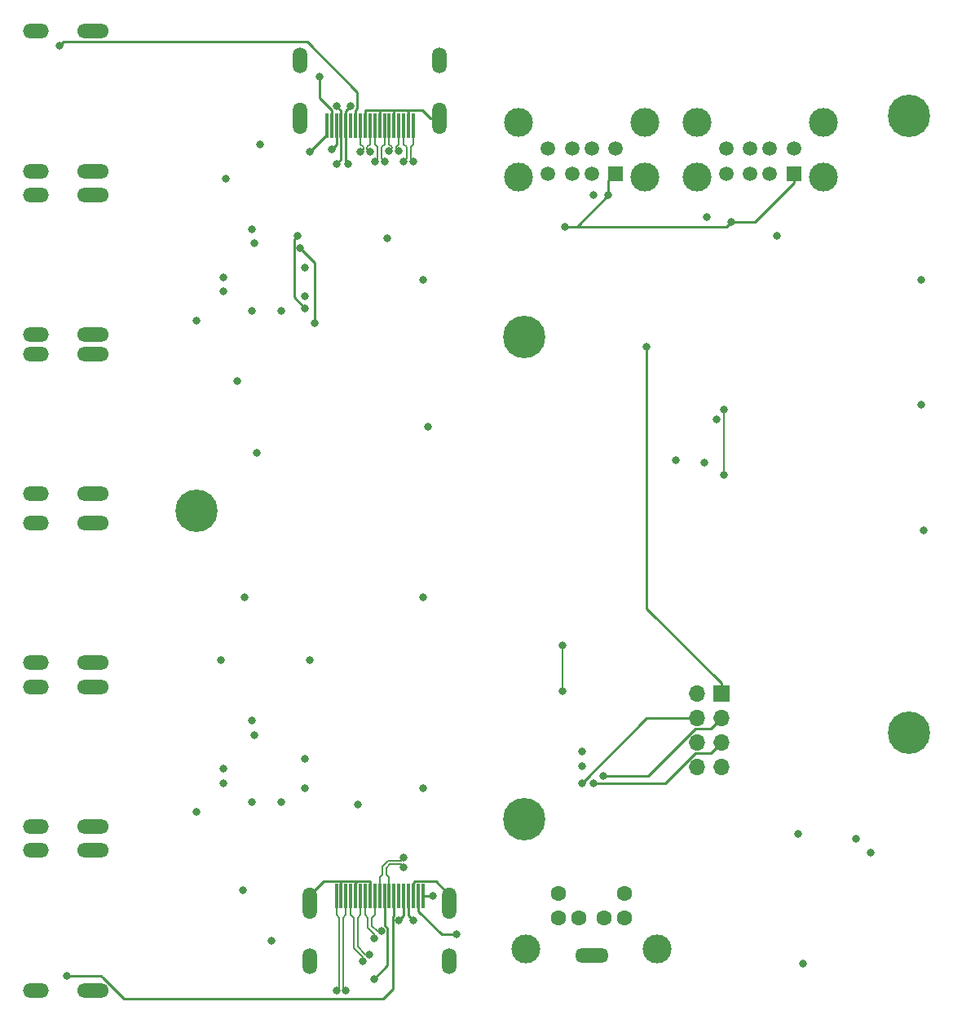
<source format=gbr>
G04 #@! TF.GenerationSoftware,KiCad,Pcbnew,5.1.2-f72e74a~84~ubuntu18.04.1*
G04 #@! TF.CreationDate,2019-07-30T17:28:06-04:00*
G04 #@! TF.ProjectId,kvm-base,6b766d2d-6261-4736-952e-6b696361645f,rev?*
G04 #@! TF.SameCoordinates,Original*
G04 #@! TF.FileFunction,Copper,L4,Bot*
G04 #@! TF.FilePolarity,Positive*
%FSLAX46Y46*%
G04 Gerber Fmt 4.6, Leading zero omitted, Abs format (unit mm)*
G04 Created by KiCad (PCBNEW 5.1.2-f72e74a~84~ubuntu18.04.1) date 2019-07-30 17:28:06*
%MOMM*%
%LPD*%
G04 APERTURE LIST*
%ADD10C,0.700000*%
%ADD11C,4.400000*%
%ADD12O,2.700000X1.500000*%
%ADD13O,3.300000X1.500000*%
%ADD14R,0.300000X2.600000*%
%ADD15O,1.500000X2.700000*%
%ADD16O,1.500000X3.300000*%
%ADD17C,1.600000*%
%ADD18C,3.000000*%
%ADD19O,3.500000X1.500000*%
%ADD20R,1.700000X1.700000*%
%ADD21O,1.700000X1.700000*%
%ADD22R,1.500000X1.500000*%
%ADD23C,1.500000*%
%ADD24C,0.800000*%
%ADD25C,0.250000*%
%ADD26C,0.127000*%
%ADD27C,0.203200*%
G04 APERTURE END LIST*
D10*
X76166726Y-101833274D03*
X75000000Y-101350000D03*
X73833274Y-101833274D03*
X73350000Y-103000000D03*
X73833274Y-104166726D03*
X75000000Y-104650000D03*
X76166726Y-104166726D03*
X76650000Y-103000000D03*
D11*
X75000000Y-103000000D03*
X75000000Y-53000000D03*
D10*
X76650000Y-53000000D03*
X76166726Y-54166726D03*
X75000000Y-54650000D03*
X73833274Y-54166726D03*
X73350000Y-53000000D03*
X73833274Y-51833274D03*
X75000000Y-51350000D03*
X76166726Y-51833274D03*
X42166726Y-69833274D03*
X41000000Y-69350000D03*
X39833274Y-69833274D03*
X39350000Y-71000000D03*
X39833274Y-72166726D03*
X41000000Y-72650000D03*
X42166726Y-72166726D03*
X42650000Y-71000000D03*
D11*
X41000000Y-71000000D03*
X115000000Y-94000000D03*
D10*
X116650000Y-94000000D03*
X116166726Y-95166726D03*
X115000000Y-95650000D03*
X113833274Y-95166726D03*
X113350000Y-94000000D03*
X113833274Y-92833274D03*
X115000000Y-92350000D03*
X116166726Y-92833274D03*
X116166726Y-28833274D03*
X115000000Y-28350000D03*
X113833274Y-28833274D03*
X113350000Y-30000000D03*
X113833274Y-31166726D03*
X115000000Y-31650000D03*
X116166726Y-31166726D03*
X116650000Y-30000000D03*
D11*
X115000000Y-30000000D03*
D12*
X24280000Y-35750000D03*
X24280000Y-21250000D03*
D13*
X30240000Y-35750000D03*
X30240000Y-21250000D03*
D12*
X24280000Y-52750000D03*
X24280000Y-38250000D03*
D13*
X30240000Y-52750000D03*
X30240000Y-38250000D03*
D12*
X24280000Y-69250000D03*
X24280000Y-54750000D03*
D13*
X30240000Y-69250000D03*
X30240000Y-54750000D03*
D14*
X54500000Y-31000000D03*
X55000000Y-31000000D03*
X55500000Y-31000000D03*
X56000000Y-31000000D03*
X56500000Y-31000000D03*
X57000000Y-31000000D03*
X57500000Y-31000000D03*
X58000000Y-31000000D03*
X58500000Y-31000000D03*
X59000000Y-31000000D03*
X59500000Y-31000000D03*
X60000000Y-31000000D03*
X60500000Y-31000000D03*
X61000000Y-31000000D03*
X61500000Y-31000000D03*
X62000000Y-31000000D03*
X62500000Y-31000000D03*
X63000000Y-31000000D03*
D15*
X66250000Y-24280000D03*
X51750000Y-24280000D03*
D16*
X66250000Y-30240000D03*
X51750000Y-30240000D03*
D14*
X63500000Y-31000000D03*
D12*
X24280000Y-86750000D03*
X24280000Y-72250000D03*
D13*
X30240000Y-86750000D03*
X30240000Y-72250000D03*
D12*
X24280000Y-103750000D03*
X24280000Y-89250000D03*
D13*
X30240000Y-103750000D03*
X30240000Y-89250000D03*
D12*
X24280000Y-120750000D03*
X24280000Y-106250000D03*
D13*
X30240000Y-120750000D03*
X30240000Y-106250000D03*
D14*
X64500000Y-111000000D03*
X64000000Y-111000000D03*
X63500000Y-111000000D03*
X63000000Y-111000000D03*
X62500000Y-111000000D03*
X62000000Y-111000000D03*
X61500000Y-111000000D03*
X61000000Y-111000000D03*
X60500000Y-111000000D03*
X60000000Y-111000000D03*
X59500000Y-111000000D03*
X59000000Y-111000000D03*
X58500000Y-111000000D03*
X58000000Y-111000000D03*
X57500000Y-111000000D03*
X57000000Y-111000000D03*
X56500000Y-111000000D03*
X56000000Y-111000000D03*
D15*
X52750000Y-117720000D03*
X67250000Y-117720000D03*
D16*
X52750000Y-111760000D03*
X67250000Y-111760000D03*
D14*
X55500000Y-111000000D03*
D17*
X83300000Y-113220000D03*
X83300000Y-113220000D03*
X80700000Y-113220000D03*
X85400000Y-113220000D03*
X78600000Y-113220000D03*
X78600000Y-110720000D03*
X85400000Y-110720000D03*
D18*
X75150000Y-116500000D03*
X88850000Y-116500000D03*
D19*
X82000000Y-117150000D03*
D20*
X95500000Y-90000000D03*
D21*
X92960000Y-90000000D03*
X95500000Y-92540000D03*
X92960000Y-92540000D03*
X95500000Y-95080000D03*
X92960000Y-95080000D03*
X95500000Y-97620000D03*
X92960000Y-97620000D03*
D18*
X74430000Y-36350000D03*
X87570000Y-36350000D03*
D22*
X84500000Y-36000000D03*
D23*
X82000000Y-36000000D03*
X80000000Y-36000000D03*
X77500000Y-36000000D03*
D18*
X87570000Y-30670000D03*
X74430000Y-30670000D03*
D23*
X84500000Y-33380000D03*
X82000000Y-33380000D03*
X80000000Y-33380000D03*
X77500000Y-33380000D03*
X96000000Y-33380000D03*
X98500000Y-33380000D03*
X100500000Y-33380000D03*
X103000000Y-33380000D03*
D18*
X92930000Y-30670000D03*
X106070000Y-30670000D03*
D23*
X96000000Y-36000000D03*
X98500000Y-36000000D03*
X100500000Y-36000000D03*
D22*
X103000000Y-36000000D03*
D18*
X106070000Y-36350000D03*
X92930000Y-36350000D03*
D24*
X81000000Y-96000000D03*
X111000000Y-106500000D03*
X103500000Y-104500000D03*
X104000000Y-118000000D03*
X55000000Y-33500000D03*
X95000000Y-61500000D03*
X93750000Y-66000000D03*
X43750000Y-97750000D03*
X46750000Y-92750000D03*
X43750000Y-46750000D03*
X46750000Y-41750000D03*
X116500000Y-73000000D03*
X116250000Y-60000000D03*
X116250000Y-47000000D03*
X101250000Y-42500000D03*
X82250000Y-38250000D03*
X94000000Y-40500000D03*
X52750000Y-86500000D03*
X44000000Y-36500000D03*
X47600000Y-32950000D03*
X60750000Y-42750000D03*
X64500000Y-47000000D03*
X43500000Y-86500000D03*
X46000000Y-80000000D03*
X47250000Y-65000000D03*
X45250000Y-57500000D03*
X64500000Y-99750000D03*
X57750000Y-101500000D03*
X59400000Y-119600000D03*
X45800000Y-110400000D03*
X48800000Y-115600000D03*
X67976472Y-114976472D03*
X96500000Y-41000000D03*
X79250000Y-41500000D03*
X83750000Y-38250000D03*
X87750000Y-54000000D03*
X53750000Y-26000000D03*
X81000000Y-97500000D03*
X109500000Y-105000000D03*
X90750000Y-65750000D03*
X65000000Y-62250000D03*
X64500000Y-80000000D03*
X43750000Y-99250000D03*
X46750000Y-101250000D03*
X49750000Y-101250000D03*
X52250000Y-99750000D03*
X52250000Y-96750000D03*
X47000000Y-94250000D03*
X43750000Y-48250000D03*
X46750000Y-50250000D03*
X49750000Y-50250000D03*
X52250000Y-48750000D03*
X52250000Y-45750000D03*
X47000000Y-43250000D03*
X41000000Y-51250000D03*
X41000000Y-102250000D03*
X83250000Y-98500000D03*
X81000000Y-99250000D03*
X82250000Y-99250000D03*
X27500000Y-119250000D03*
X26750000Y-22750000D03*
X57000000Y-29000000D03*
X56750000Y-35000000D03*
X55500000Y-29000000D03*
X55500000Y-35000000D03*
X52750000Y-33750000D03*
X65500000Y-111000000D03*
X63500000Y-113500000D03*
X62000000Y-113500000D03*
X52250000Y-50000000D03*
X51500000Y-42500000D03*
X53250000Y-51500000D03*
X51750000Y-43750000D03*
X79000000Y-89750000D03*
X79000000Y-85000000D03*
X95750000Y-67250000D03*
X95750000Y-60500000D03*
X57998400Y-33750000D03*
X59001600Y-33750000D03*
X59498400Y-34760983D03*
X60501600Y-34760983D03*
X60998400Y-33643896D03*
X62001600Y-33643896D03*
X62498400Y-34750000D03*
X63501600Y-34750000D03*
X62500000Y-108001600D03*
X62500000Y-106998400D03*
X60154685Y-114645315D03*
X59445315Y-115354685D03*
X58954685Y-117045315D03*
X58245315Y-117754685D03*
X56501600Y-120750000D03*
X55498400Y-120750000D03*
D25*
X55500000Y-31000000D02*
X55500000Y-33000000D01*
X55500000Y-33000000D02*
X55000000Y-33500000D01*
X61497999Y-29447999D02*
X61500000Y-29450000D01*
X61500000Y-29450000D02*
X61500000Y-31000000D01*
X60000000Y-29450000D02*
X60002001Y-29447999D01*
X60000000Y-31000000D02*
X60000000Y-29450000D01*
X58502001Y-29447999D02*
X60447999Y-29447999D01*
X58500000Y-29450000D02*
X58502001Y-29447999D01*
X58500000Y-31000000D02*
X58500000Y-29450000D01*
X60002001Y-29447999D02*
X60447999Y-29447999D01*
X60447999Y-29447999D02*
X61497999Y-29447999D01*
X61502001Y-29447999D02*
X61500000Y-29450000D01*
X63000000Y-29596398D02*
X62851601Y-29447999D01*
X62851601Y-29447999D02*
X61502001Y-29447999D01*
X63000000Y-31000000D02*
X63000000Y-29596398D01*
X65250000Y-30240000D02*
X66250000Y-30240000D01*
X64457999Y-29447999D02*
X65250000Y-30240000D01*
X62851601Y-29447999D02*
X64457999Y-29447999D01*
X67250000Y-110860000D02*
X67250000Y-111760000D01*
X65837999Y-109447999D02*
X67250000Y-110860000D01*
X63648399Y-109447999D02*
X65837999Y-109447999D01*
X63500000Y-109596398D02*
X63648399Y-109447999D01*
X63500000Y-111000000D02*
X63500000Y-109596398D01*
X57497999Y-109447999D02*
X57500000Y-109450000D01*
X56002001Y-109447999D02*
X57497999Y-109447999D01*
X57500000Y-109450000D02*
X57500000Y-111000000D01*
X56000000Y-109450000D02*
X56002001Y-109447999D01*
X59000000Y-109450000D02*
X59000000Y-111000000D01*
X58997999Y-109447999D02*
X59000000Y-109450000D01*
X57648399Y-109447999D02*
X58997999Y-109447999D01*
X57500000Y-109596398D02*
X57648399Y-109447999D01*
X57500000Y-111000000D02*
X57500000Y-109596398D01*
X60806686Y-118193314D02*
X59400000Y-119600000D01*
X60806686Y-114332354D02*
X60806686Y-118193314D01*
X60500000Y-111000000D02*
X60500000Y-114025668D01*
X60500000Y-114025668D02*
X60806686Y-114332354D01*
X52750000Y-110860000D02*
X52750000Y-111760000D01*
X54162001Y-109447999D02*
X52750000Y-110860000D01*
X55997999Y-109447999D02*
X54162001Y-109447999D01*
X56000000Y-109450000D02*
X55997999Y-109447999D01*
X56000000Y-111000000D02*
X56000000Y-109450000D01*
X64000000Y-112550000D02*
X66426472Y-114976472D01*
X64000000Y-111000000D02*
X64000000Y-112550000D01*
X66426472Y-114976472D02*
X67976472Y-114976472D01*
X99000000Y-41000000D02*
X103000000Y-37000000D01*
X103000000Y-37000000D02*
X103000000Y-36000000D01*
X96500000Y-41000000D02*
X99000000Y-41000000D01*
X79250000Y-41500000D02*
X80500000Y-41500000D01*
X80500000Y-41500000D02*
X83750000Y-38250000D01*
X83750000Y-36750000D02*
X84500000Y-36000000D01*
X83750000Y-38250000D02*
X83750000Y-36750000D01*
X95500000Y-90000000D02*
X95500000Y-88900000D01*
X87750000Y-81150000D02*
X87750000Y-54000000D01*
X95500000Y-88900000D02*
X87750000Y-81150000D01*
X96000000Y-41500000D02*
X96500000Y-41000000D01*
X79250000Y-41500000D02*
X96000000Y-41500000D01*
X53750000Y-28200000D02*
X53750000Y-26000000D01*
X55000000Y-31000000D02*
X55000000Y-29450000D01*
X55000000Y-29450000D02*
X53750000Y-28200000D01*
X94650001Y-93389999D02*
X95500000Y-92540000D01*
X94397999Y-93642001D02*
X94650001Y-93389999D01*
X92767037Y-93642001D02*
X94397999Y-93642001D01*
X87909038Y-98500000D02*
X92767037Y-93642001D01*
X83250000Y-98500000D02*
X87909038Y-98500000D01*
X87710000Y-92540000D02*
X92960000Y-92540000D01*
X81000000Y-99250000D02*
X87710000Y-92540000D01*
X92767037Y-96182001D02*
X94397999Y-96182001D01*
X94650001Y-95929999D02*
X95500000Y-95080000D01*
X94397999Y-96182001D02*
X94650001Y-95929999D01*
X89699038Y-99250000D02*
X92767037Y-96182001D01*
X82250000Y-99250000D02*
X89699038Y-99250000D01*
X61500000Y-111000000D02*
X61500000Y-113035038D01*
X31057056Y-119250000D02*
X27500000Y-119250000D01*
X31129066Y-119322010D02*
X31057056Y-119250000D01*
X61347999Y-113187039D02*
X61347999Y-120652001D01*
X61500000Y-113035038D02*
X61347999Y-113187039D01*
X61347999Y-120652001D02*
X60400000Y-121600000D01*
X33407056Y-121600000D02*
X31207056Y-119400000D01*
X60400000Y-121600000D02*
X33407056Y-121600000D01*
X52449999Y-22350001D02*
X27149999Y-22350001D01*
X57652001Y-27552003D02*
X52449999Y-22350001D01*
X57652001Y-29297999D02*
X57652001Y-27552003D01*
X27149999Y-22350001D02*
X26750000Y-22750000D01*
X57500000Y-29450000D02*
X57652001Y-29297999D01*
X57500000Y-31000000D02*
X57500000Y-29450000D01*
X56500000Y-31000000D02*
X56500000Y-29500000D01*
X56500000Y-29500000D02*
X57000000Y-29000000D01*
X56500000Y-34750000D02*
X56750000Y-35000000D01*
X56500000Y-31000000D02*
X56500000Y-34750000D01*
X56000000Y-31000000D02*
X56000000Y-29500000D01*
X56000000Y-29500000D02*
X55500000Y-29000000D01*
X56000000Y-34500000D02*
X56000000Y-31000000D01*
X55500000Y-35000000D02*
X56000000Y-34500000D01*
X54500000Y-32000000D02*
X54500000Y-31000000D01*
X52750000Y-33750000D02*
X54500000Y-32000000D01*
X64500000Y-111000000D02*
X65500000Y-111000000D01*
X63000000Y-113000000D02*
X63000000Y-111000000D01*
X63500000Y-113500000D02*
X63000000Y-113000000D01*
X62500000Y-111000000D02*
X62500000Y-113000000D01*
X62500000Y-113000000D02*
X62000000Y-113500000D01*
X51097999Y-42902001D02*
X51500000Y-42500000D01*
X52250000Y-50000000D02*
X51097999Y-48847999D01*
X51097999Y-48847999D02*
X51097999Y-42902001D01*
X53250000Y-51500000D02*
X53250000Y-45250000D01*
X53250000Y-45250000D02*
X51750000Y-43750000D01*
D26*
X79000000Y-89750000D02*
X79000000Y-85000000D01*
X95750000Y-67250000D02*
X95750000Y-60500000D01*
D27*
X58296800Y-33246801D02*
X58296800Y-33451600D01*
X58296800Y-33451600D02*
X57998400Y-33750000D01*
X58000000Y-32950001D02*
X58296800Y-33246801D01*
X58000000Y-31000000D02*
X58000000Y-32950001D01*
X59000000Y-31000000D02*
X59000000Y-32950001D01*
X58703200Y-33246801D02*
X58703200Y-33451600D01*
X59000000Y-32950001D02*
X58703200Y-33246801D01*
X58703200Y-33451600D02*
X59001600Y-33750000D01*
X59796800Y-33246801D02*
X59796800Y-34462583D01*
X59500000Y-31000000D02*
X59500000Y-32950001D01*
X59500000Y-32950001D02*
X59796800Y-33246801D01*
X59796800Y-34462583D02*
X59498400Y-34760983D01*
X60500000Y-31000000D02*
X60500000Y-32950001D01*
X60500000Y-32950001D02*
X60203200Y-33246801D01*
X60203200Y-33246801D02*
X60203200Y-34462583D01*
X60203200Y-34462583D02*
X60501600Y-34760983D01*
X61296800Y-33345496D02*
X60998400Y-33643896D01*
X61296800Y-33246801D02*
X61296800Y-33345496D01*
X61000000Y-32950001D02*
X61296800Y-33246801D01*
X61000000Y-31000000D02*
X61000000Y-32950001D01*
X61703200Y-33246801D02*
X61703200Y-33345496D01*
X62000000Y-31000000D02*
X62000000Y-32950001D01*
X62000000Y-32950001D02*
X61703200Y-33246801D01*
X61703200Y-33345496D02*
X62001600Y-33643896D01*
X62796800Y-34451600D02*
X62498400Y-34750000D01*
X62796800Y-33246801D02*
X62796800Y-34451600D01*
X62500000Y-32950001D02*
X62796800Y-33246801D01*
X62500000Y-31000000D02*
X62500000Y-32950001D01*
X63500000Y-32950001D02*
X63203200Y-33246801D01*
X63500000Y-31000000D02*
X63500000Y-32950001D01*
X63203200Y-33246801D02*
X63203200Y-34451600D01*
X63203200Y-34451600D02*
X63501600Y-34750000D01*
X61000000Y-109049999D02*
X60703200Y-108753199D01*
X61000000Y-111000000D02*
X61000000Y-109049999D01*
X60703200Y-108753199D02*
X60703200Y-108084170D01*
X61084170Y-107703200D02*
X62201600Y-107703200D01*
X60703200Y-108084170D02*
X61084170Y-107703200D01*
X62201600Y-107703200D02*
X62500000Y-108001600D01*
X60000000Y-111000000D02*
X60000000Y-109049999D01*
X60000000Y-109049999D02*
X60296800Y-108753199D01*
X60296800Y-108753199D02*
X60296800Y-107915830D01*
X60296800Y-107915830D02*
X60915830Y-107296800D01*
X60915830Y-107296800D02*
X62201600Y-107296800D01*
X62201600Y-107296800D02*
X62500000Y-106998400D01*
X59500000Y-112950001D02*
X59203200Y-113246801D01*
X59500000Y-111000000D02*
X59500000Y-112950001D01*
X59732684Y-114645315D02*
X60154685Y-114645315D01*
X59203200Y-114115831D02*
X59732684Y-114645315D01*
X59203200Y-113246801D02*
X59203200Y-114115831D01*
X58500000Y-111000000D02*
X58500000Y-112950001D01*
X58500000Y-112950001D02*
X58796800Y-113246801D01*
X58796800Y-113246801D02*
X58796800Y-114284169D01*
X58796800Y-114284169D02*
X59445315Y-114932684D01*
X59445315Y-114932684D02*
X59445315Y-115354685D01*
X58000000Y-112950001D02*
X58000000Y-111000000D01*
X57703200Y-116215831D02*
X57703200Y-113246801D01*
X58532684Y-117045315D02*
X57703200Y-116215831D01*
X58954685Y-117045315D02*
X58532684Y-117045315D01*
X57703200Y-113246801D02*
X58000000Y-112950001D01*
X57000000Y-112950001D02*
X57000000Y-111000000D01*
X57296800Y-113246801D02*
X57000000Y-112950001D01*
X57296800Y-116384169D02*
X57296800Y-113246801D01*
X58245315Y-117754685D02*
X58245315Y-117332684D01*
X58245315Y-117332684D02*
X57296800Y-116384169D01*
X56500000Y-112950001D02*
X56500000Y-111000000D01*
X56203200Y-113246801D02*
X56500000Y-112950001D01*
X56203200Y-120451600D02*
X56501600Y-120750000D01*
X56203200Y-113246801D02*
X56203200Y-120451600D01*
X55796800Y-113246801D02*
X55500000Y-112950001D01*
X55500000Y-112950001D02*
X55500000Y-111000000D01*
X55796800Y-120451600D02*
X55498400Y-120750000D01*
X55796800Y-113246801D02*
X55796800Y-120451600D01*
M02*

</source>
